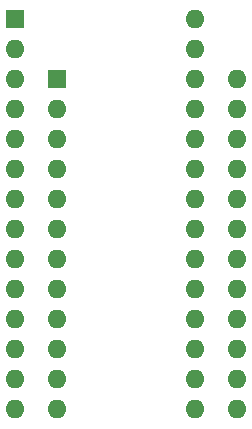
<source format=gbr>
%TF.GenerationSoftware,KiCad,Pcbnew,8.0.2*%
%TF.CreationDate,2024-05-26T11:04:38+01:00*%
%TF.ProjectId,FM1608-3458A-AdaptorV1.0,464d3136-3038-42d3-9334-3538412d4164,rev?*%
%TF.SameCoordinates,Original*%
%TF.FileFunction,Soldermask,Top*%
%TF.FilePolarity,Negative*%
%FSLAX46Y46*%
G04 Gerber Fmt 4.6, Leading zero omitted, Abs format (unit mm)*
G04 Created by KiCad (PCBNEW 8.0.2) date 2024-05-26 11:04:38*
%MOMM*%
%LPD*%
G01*
G04 APERTURE LIST*
%ADD10R,1.600000X1.600000*%
%ADD11O,1.600000X1.600000*%
G04 APERTURE END LIST*
D10*
%TO.C,U1*%
X137125000Y-77724000D03*
D11*
X137125000Y-80264000D03*
X137125000Y-82804000D03*
X137125000Y-85344000D03*
X137125000Y-87884000D03*
X137125000Y-90424000D03*
X137125000Y-92964000D03*
X137125000Y-95504000D03*
X137125000Y-98044000D03*
X137125000Y-100584000D03*
X137125000Y-103124000D03*
X137125000Y-105664000D03*
X137125000Y-108204000D03*
X137125000Y-110744000D03*
X152365000Y-110744000D03*
X152365000Y-108204000D03*
X152365000Y-105664000D03*
X152365000Y-103124000D03*
X152365000Y-100584000D03*
X152365000Y-98044000D03*
X152365000Y-95504000D03*
X152365000Y-92964000D03*
X152365000Y-90424000D03*
X152365000Y-87884000D03*
X152365000Y-85344000D03*
X152365000Y-82804000D03*
X152365000Y-80264000D03*
X152365000Y-77724000D03*
%TD*%
D10*
%TO.C,SOCKET1*%
X140625000Y-82804000D03*
D11*
X140625000Y-85344000D03*
X140625000Y-87884000D03*
X140625000Y-90424000D03*
X140625000Y-92964000D03*
X140625000Y-95504000D03*
X140625000Y-98044000D03*
X140625000Y-100584000D03*
X140625000Y-103124000D03*
X140625000Y-105664000D03*
X140625000Y-108204000D03*
X140625000Y-110744000D03*
X155865000Y-110744000D03*
X155865000Y-108204000D03*
X155865000Y-105664000D03*
X155865000Y-103124000D03*
X155865000Y-100584000D03*
X155865000Y-98044000D03*
X155865000Y-95504000D03*
X155865000Y-92964000D03*
X155865000Y-90424000D03*
X155865000Y-87884000D03*
X155865000Y-85344000D03*
X155865000Y-82804000D03*
%TD*%
M02*

</source>
